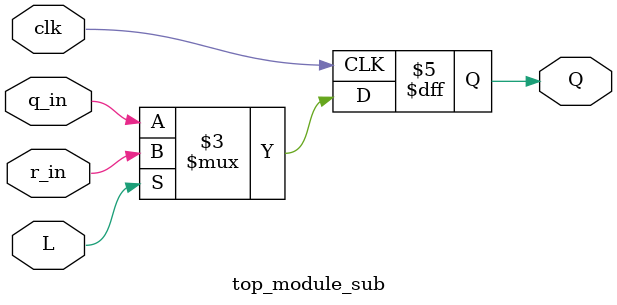
<source format=sv>
module top_module(
    input [2:0] r,
    input L,
    input clk,
    output [2:0] q
);

wire [2:0] q_int;

top_module_sub sub0 (
    .clk(clk),
    .L(L),
    .q_in(q_int[0]),
    .r_in(r[0]),
    .Q(q_int[0])
);

top_module_sub sub1 (
    .clk(clk),
    .L(L),
    .q_in(q_int[1]),
    .r_in(r[1]),
    .Q(q_int[1])
);

top_module_sub sub2 (
    .clk(clk),
    .L(L),
    .q_in(q_int[2]),
    .r_in(r[2]),
    .Q(q_int[2])
);

assign q = q_int;

endmodule
module top_module_sub(
    input clk,
    input L,
    input q_in,
    input r_in,
    output reg Q
);

always @(posedge clk) begin
    if (L) begin
        Q <= r_in;
    end else begin
        Q <= q_in;
    end
end

endmodule

</source>
